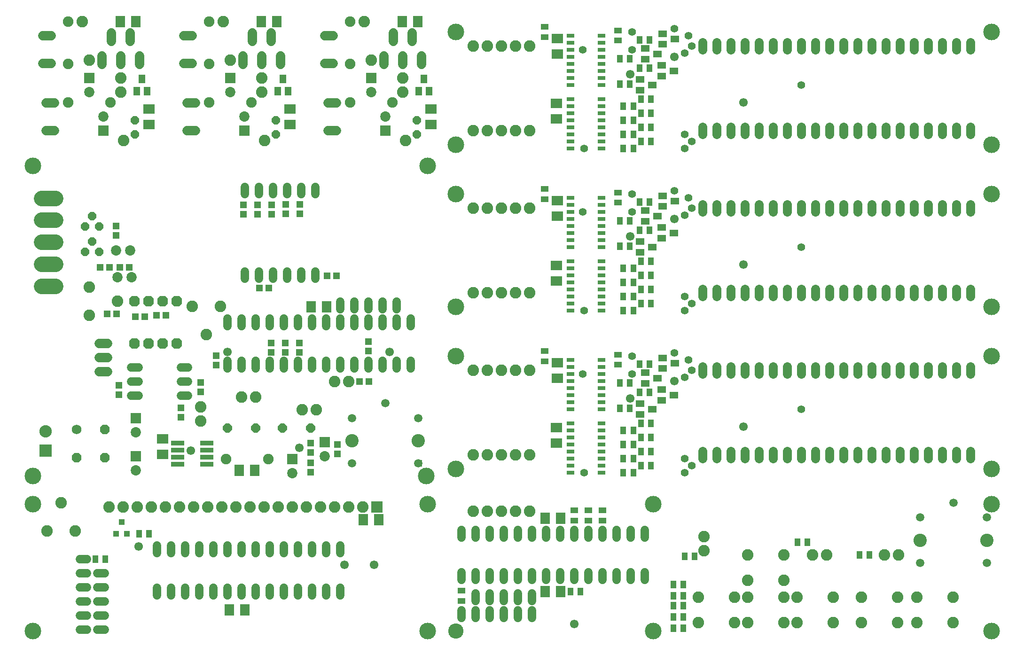
<source format=gbs>
G75*
G70*
%OFA0B0*%
%FSLAX24Y24*%
%IPPOS*%
%LPD*%
%AMOC8*
5,1,8,0,0,1.08239X$1,22.5*
%
%ADD10C,0.1182*%
%ADD11C,0.1080*%
%ADD12C,0.0630*%
%ADD13R,0.0552X0.0316*%
%ADD14R,0.0631X0.0474*%
%ADD15R,0.0395X0.0552*%
%ADD16C,0.0820*%
%ADD17R,0.0552X0.0395*%
%ADD18R,0.0789X0.0710*%
%ADD19R,0.0710X0.0789*%
%ADD20R,0.0395X0.0434*%
%ADD21C,0.0595*%
%ADD22C,0.0595*%
%ADD23C,0.0946*%
%ADD24R,0.0820X0.0820*%
%ADD25C,0.0600*%
%ADD26OC8,0.0600*%
%ADD27R,0.0880X0.0880*%
%ADD28C,0.0880*%
%ADD29OC8,0.0640*%
%ADD30R,0.0474X0.0513*%
%ADD31R,0.0513X0.0474*%
%ADD32C,0.0730*%
%ADD33C,0.0680*%
%ADD34OC8,0.0680*%
%ADD35R,0.0730X0.0730*%
%ADD36R,0.0950X0.0320*%
%ADD37C,0.0749*%
%ADD38C,0.1084*%
%ADD39C,0.0680*%
%ADD40OC8,0.0760*%
%ADD41C,0.0674*%
%ADD42R,0.0474X0.0631*%
%ADD43C,0.0555*%
%ADD44C,0.0611*%
%ADD45R,0.0476X0.0476*%
D10*
X004260Y003893D03*
X004260Y012893D03*
X004260Y014893D03*
X032160Y014893D03*
X034260Y015393D03*
X032260Y012893D03*
X032260Y003893D03*
X048260Y003893D03*
X048260Y012893D03*
X034260Y023393D03*
X034260Y026893D03*
X034260Y034893D03*
X032260Y036893D03*
X034260Y038393D03*
X034260Y046393D03*
X004260Y036893D03*
X072260Y038393D03*
X072260Y034893D03*
X072260Y026893D03*
X072260Y023393D03*
X072260Y015393D03*
X072260Y012893D03*
X072260Y003893D03*
X072260Y046393D03*
D11*
X034260Y003893D03*
D12*
X051760Y016118D02*
X051760Y016668D01*
X052760Y016668D02*
X052760Y016118D01*
X053760Y016118D02*
X053760Y016668D01*
X054760Y016668D02*
X054760Y016118D01*
X055760Y016118D02*
X055760Y016668D01*
X056760Y016668D02*
X056760Y016118D01*
X057760Y016118D02*
X057760Y016668D01*
X058760Y016668D02*
X058760Y016118D01*
X059760Y016118D02*
X059760Y016668D01*
X060760Y016668D02*
X060760Y016118D01*
X061760Y016118D02*
X061760Y016668D01*
X062760Y016668D02*
X062760Y016118D01*
X063760Y016118D02*
X063760Y016668D01*
X064760Y016668D02*
X064760Y016118D01*
X065760Y016118D02*
X065760Y016668D01*
X066760Y016668D02*
X066760Y016118D01*
X067760Y016118D02*
X067760Y016668D01*
X068760Y016668D02*
X068760Y016118D01*
X069760Y016118D02*
X069760Y016668D01*
X070760Y016668D02*
X070760Y016118D01*
X070760Y022118D02*
X070760Y022668D01*
X069760Y022668D02*
X069760Y022118D01*
X068760Y022118D02*
X068760Y022668D01*
X067760Y022668D02*
X067760Y022118D01*
X066760Y022118D02*
X066760Y022668D01*
X065760Y022668D02*
X065760Y022118D01*
X064760Y022118D02*
X064760Y022668D01*
X063760Y022668D02*
X063760Y022118D01*
X062760Y022118D02*
X062760Y022668D01*
X061760Y022668D02*
X061760Y022118D01*
X060760Y022118D02*
X060760Y022668D01*
X059760Y022668D02*
X059760Y022118D01*
X058760Y022118D02*
X058760Y022668D01*
X057760Y022668D02*
X057760Y022118D01*
X056760Y022118D02*
X056760Y022668D01*
X055760Y022668D02*
X055760Y022118D01*
X054760Y022118D02*
X054760Y022668D01*
X053760Y022668D02*
X053760Y022118D01*
X052760Y022118D02*
X052760Y022668D01*
X051760Y022668D02*
X051760Y022118D01*
X051760Y027618D02*
X051760Y028168D01*
X052760Y028168D02*
X052760Y027618D01*
X053760Y027618D02*
X053760Y028168D01*
X054760Y028168D02*
X054760Y027618D01*
X055760Y027618D02*
X055760Y028168D01*
X056760Y028168D02*
X056760Y027618D01*
X057760Y027618D02*
X057760Y028168D01*
X058760Y028168D02*
X058760Y027618D01*
X059760Y027618D02*
X059760Y028168D01*
X060760Y028168D02*
X060760Y027618D01*
X061760Y027618D02*
X061760Y028168D01*
X062760Y028168D02*
X062760Y027618D01*
X063760Y027618D02*
X063760Y028168D01*
X064760Y028168D02*
X064760Y027618D01*
X065760Y027618D02*
X065760Y028168D01*
X066760Y028168D02*
X066760Y027618D01*
X067760Y027618D02*
X067760Y028168D01*
X068760Y028168D02*
X068760Y027618D01*
X069760Y027618D02*
X069760Y028168D01*
X070760Y028168D02*
X070760Y027618D01*
X070760Y033618D02*
X070760Y034168D01*
X069760Y034168D02*
X069760Y033618D01*
X068760Y033618D02*
X068760Y034168D01*
X067760Y034168D02*
X067760Y033618D01*
X066760Y033618D02*
X066760Y034168D01*
X065760Y034168D02*
X065760Y033618D01*
X064760Y033618D02*
X064760Y034168D01*
X063760Y034168D02*
X063760Y033618D01*
X062760Y033618D02*
X062760Y034168D01*
X061760Y034168D02*
X061760Y033618D01*
X060760Y033618D02*
X060760Y034168D01*
X059760Y034168D02*
X059760Y033618D01*
X058760Y033618D02*
X058760Y034168D01*
X057760Y034168D02*
X057760Y033618D01*
X056760Y033618D02*
X056760Y034168D01*
X055760Y034168D02*
X055760Y033618D01*
X054760Y033618D02*
X054760Y034168D01*
X053760Y034168D02*
X053760Y033618D01*
X052760Y033618D02*
X052760Y034168D01*
X051760Y034168D02*
X051760Y033618D01*
X051760Y039118D02*
X051760Y039668D01*
X052760Y039668D02*
X052760Y039118D01*
X053760Y039118D02*
X053760Y039668D01*
X054760Y039668D02*
X054760Y039118D01*
X055760Y039118D02*
X055760Y039668D01*
X056760Y039668D02*
X056760Y039118D01*
X057760Y039118D02*
X057760Y039668D01*
X058760Y039668D02*
X058760Y039118D01*
X059760Y039118D02*
X059760Y039668D01*
X060760Y039668D02*
X060760Y039118D01*
X061760Y039118D02*
X061760Y039668D01*
X062760Y039668D02*
X062760Y039118D01*
X063760Y039118D02*
X063760Y039668D01*
X064760Y039668D02*
X064760Y039118D01*
X065760Y039118D02*
X065760Y039668D01*
X066760Y039668D02*
X066760Y039118D01*
X067760Y039118D02*
X067760Y039668D01*
X068760Y039668D02*
X068760Y039118D01*
X069760Y039118D02*
X069760Y039668D01*
X070760Y039668D02*
X070760Y039118D01*
X070760Y045118D02*
X070760Y045668D01*
X069760Y045668D02*
X069760Y045118D01*
X068760Y045118D02*
X068760Y045668D01*
X067760Y045668D02*
X067760Y045118D01*
X066760Y045118D02*
X066760Y045668D01*
X065760Y045668D02*
X065760Y045118D01*
X064760Y045118D02*
X064760Y045668D01*
X063760Y045668D02*
X063760Y045118D01*
X062760Y045118D02*
X062760Y045668D01*
X061760Y045668D02*
X061760Y045118D01*
X060760Y045118D02*
X060760Y045668D01*
X059760Y045668D02*
X059760Y045118D01*
X058760Y045118D02*
X058760Y045668D01*
X057760Y045668D02*
X057760Y045118D01*
X056760Y045118D02*
X056760Y045668D01*
X055760Y045668D02*
X055760Y045118D01*
X054760Y045118D02*
X054760Y045668D01*
X053760Y045668D02*
X053760Y045118D01*
X052760Y045118D02*
X052760Y045668D01*
X051760Y045668D02*
X051760Y045118D01*
D13*
X044612Y045143D03*
X044612Y044643D03*
X044612Y044143D03*
X044612Y043643D03*
X044612Y043143D03*
X044612Y042643D03*
X044612Y041643D03*
X044612Y041143D03*
X044612Y040643D03*
X044612Y040143D03*
X044612Y039643D03*
X044612Y039143D03*
X044612Y038643D03*
X044612Y038143D03*
X042407Y038143D03*
X042407Y038643D03*
X042407Y039143D03*
X042407Y039643D03*
X042407Y040143D03*
X042407Y040643D03*
X042407Y041143D03*
X042407Y041643D03*
X042407Y042643D03*
X042407Y043143D03*
X042407Y043643D03*
X042407Y044143D03*
X042407Y044643D03*
X042407Y045143D03*
X042407Y045643D03*
X042407Y046143D03*
X044612Y046143D03*
X044612Y045643D03*
X044612Y034643D03*
X044612Y034143D03*
X044612Y033643D03*
X044612Y033143D03*
X044612Y032643D03*
X044612Y032143D03*
X044612Y031643D03*
X044612Y031143D03*
X044612Y030143D03*
X044612Y029643D03*
X044612Y029143D03*
X044612Y028643D03*
X044612Y028143D03*
X044612Y027643D03*
X044612Y027143D03*
X044612Y026643D03*
X042407Y026643D03*
X042407Y027143D03*
X042407Y027643D03*
X042407Y028143D03*
X042407Y028643D03*
X042407Y029143D03*
X042407Y029643D03*
X042407Y030143D03*
X042407Y031143D03*
X042407Y031643D03*
X042407Y032143D03*
X042407Y032643D03*
X042407Y033143D03*
X042407Y033643D03*
X042407Y034143D03*
X042407Y034643D03*
X042407Y023143D03*
X042407Y022643D03*
X042407Y022143D03*
X042407Y021643D03*
X042407Y021143D03*
X042407Y020643D03*
X042407Y020143D03*
X042407Y019643D03*
X042407Y018643D03*
X042407Y018143D03*
X042407Y017643D03*
X042407Y017143D03*
X042407Y016643D03*
X042407Y016143D03*
X042407Y015643D03*
X042407Y015143D03*
X044612Y015143D03*
X044612Y015643D03*
X044612Y016143D03*
X044612Y016643D03*
X044612Y017143D03*
X044612Y017643D03*
X044612Y018143D03*
X044612Y018643D03*
X044612Y019643D03*
X044612Y020143D03*
X044612Y020643D03*
X044612Y021143D03*
X044612Y021643D03*
X044612Y022143D03*
X044612Y022643D03*
X044612Y023143D03*
D14*
X047701Y022217D03*
X047701Y021469D03*
X048568Y021843D03*
X048876Y021017D03*
X049743Y020643D03*
X048876Y020269D03*
X048193Y019643D03*
X047326Y019269D03*
X047326Y020017D03*
X048926Y022519D03*
X048926Y023267D03*
X049793Y022893D03*
X047326Y030769D03*
X048193Y031143D03*
X048876Y031769D03*
X049743Y032143D03*
X048876Y032517D03*
X048568Y033343D03*
X048926Y034019D03*
X048926Y034767D03*
X049793Y034393D03*
X047701Y033717D03*
X047701Y032969D03*
X047326Y031517D03*
X047326Y042269D03*
X048193Y042643D03*
X048876Y043269D03*
X049743Y043643D03*
X048876Y044017D03*
X048568Y044843D03*
X048926Y045519D03*
X049793Y045893D03*
X048926Y046267D03*
X047701Y045217D03*
X047701Y044469D03*
X047326Y043017D03*
D15*
X046614Y042693D03*
X045905Y042693D03*
X047405Y041643D03*
X048114Y041643D03*
X048114Y040643D03*
X047405Y040643D03*
X046864Y040143D03*
X046155Y040143D03*
X046155Y039143D03*
X046864Y039143D03*
X047405Y038643D03*
X048114Y038643D03*
X048114Y039643D03*
X047405Y039643D03*
X046864Y038143D03*
X046155Y038143D03*
X046155Y041143D03*
X046864Y041143D03*
X047305Y043843D03*
X048014Y043843D03*
X046614Y044493D03*
X045905Y044493D03*
X047305Y045843D03*
X048014Y045843D03*
X048014Y034343D03*
X047305Y034343D03*
X046614Y032993D03*
X045905Y032993D03*
X047305Y032343D03*
X048014Y032343D03*
X046614Y031193D03*
X045905Y031193D03*
X047405Y030143D03*
X048114Y030143D03*
X048114Y029143D03*
X047405Y029143D03*
X046864Y028643D03*
X046155Y028643D03*
X046155Y027643D03*
X046864Y027643D03*
X047405Y027143D03*
X048114Y027143D03*
X048114Y028143D03*
X047405Y028143D03*
X046864Y026643D03*
X046155Y026643D03*
X046155Y029643D03*
X046864Y029643D03*
X047305Y022843D03*
X048014Y022843D03*
X046614Y021493D03*
X045905Y021493D03*
X047305Y020843D03*
X048014Y020843D03*
X046614Y019693D03*
X045905Y019693D03*
X047405Y018643D03*
X048114Y018643D03*
X048114Y017643D03*
X047405Y017643D03*
X046864Y017143D03*
X046155Y017143D03*
X046155Y016143D03*
X046864Y016143D03*
X047405Y015643D03*
X048114Y015643D03*
X048114Y016643D03*
X047405Y016643D03*
X046864Y015143D03*
X046155Y015143D03*
X046155Y018143D03*
X046864Y018143D03*
X058505Y010193D03*
X059214Y010193D03*
X062905Y009293D03*
X063614Y009293D03*
X051214Y009193D03*
X050505Y009193D03*
X050414Y007193D03*
X049705Y007193D03*
X049705Y006393D03*
X049705Y005693D03*
X050414Y005693D03*
X050414Y006393D03*
X050414Y004893D03*
X049705Y004893D03*
X049705Y004093D03*
X050414Y004093D03*
X043114Y006693D03*
X042405Y006693D03*
X012514Y010793D03*
X011805Y010793D03*
X009414Y008993D03*
X008705Y008993D03*
D16*
X007260Y010993D03*
X005260Y010993D03*
X006260Y012993D03*
X009660Y012693D03*
X010660Y012693D03*
X011660Y012693D03*
X012660Y012693D03*
X013660Y012693D03*
X014660Y012693D03*
X015660Y012693D03*
X016660Y012693D03*
X017660Y012693D03*
X018660Y012693D03*
X019660Y012693D03*
X020660Y012693D03*
X021660Y012693D03*
X022660Y012693D03*
X023660Y012693D03*
X024660Y012693D03*
X025660Y012693D03*
X026660Y012693D03*
X027660Y012693D03*
X035510Y012393D03*
X036510Y012393D03*
X037510Y012393D03*
X038510Y012393D03*
X039510Y012393D03*
X039510Y016393D03*
X038510Y016393D03*
X037510Y016393D03*
X036510Y016393D03*
X035510Y016393D03*
X026660Y021593D03*
X025660Y021593D03*
X024360Y019593D03*
X023360Y019593D03*
X020060Y020493D03*
X019060Y020493D03*
X016160Y019793D03*
X016160Y018793D03*
X016560Y024943D03*
X017560Y026943D03*
X015560Y026943D03*
X010260Y027293D03*
X008260Y026293D03*
X008260Y028293D03*
X010710Y038693D03*
X010510Y042143D03*
X010510Y043143D03*
X008260Y044393D03*
X007760Y047143D03*
X017760Y047143D03*
X018260Y044393D03*
X020510Y043143D03*
X020510Y042143D03*
X020710Y038693D03*
X028260Y044393D03*
X030510Y043143D03*
X030510Y042143D03*
X030710Y038693D03*
X035510Y039393D03*
X036510Y039393D03*
X037510Y039393D03*
X038510Y039393D03*
X039510Y039393D03*
X039510Y033893D03*
X038510Y033893D03*
X037510Y033893D03*
X036510Y033893D03*
X035510Y033893D03*
X035510Y027893D03*
X036510Y027893D03*
X037510Y027893D03*
X038510Y027893D03*
X039510Y027893D03*
X039510Y022393D03*
X038510Y022393D03*
X037510Y022393D03*
X036510Y022393D03*
X035510Y022393D03*
X051860Y010593D03*
X051860Y009593D03*
X054980Y009283D03*
X054980Y007503D03*
X054980Y006283D03*
X054040Y006283D03*
X054040Y004503D03*
X054980Y004503D03*
X057540Y004503D03*
X058480Y004503D03*
X058480Y006283D03*
X057540Y006283D03*
X057540Y007503D03*
X057540Y009283D03*
X059560Y009293D03*
X060560Y009293D03*
X061040Y006283D03*
X063030Y006283D03*
X063030Y004503D03*
X061040Y004503D03*
X065590Y004503D03*
X066980Y004503D03*
X066980Y006283D03*
X065590Y006283D03*
X069540Y006283D03*
X069540Y004503D03*
X065660Y009293D03*
X064660Y009293D03*
X051480Y006283D03*
X051480Y004503D03*
X039510Y045393D03*
X038510Y045393D03*
X037510Y045393D03*
X036510Y045393D03*
X035510Y045393D03*
X027760Y047143D03*
D17*
X040560Y046748D03*
X040560Y046039D03*
X045760Y045789D03*
X045760Y046498D03*
X045760Y034998D03*
X045760Y034289D03*
X040560Y034539D03*
X040560Y035248D03*
X040560Y023748D03*
X040560Y023039D03*
X045760Y022789D03*
X045760Y023498D03*
X044660Y012448D03*
X043660Y012448D03*
X042660Y012448D03*
X042660Y011739D03*
X043660Y011739D03*
X044660Y011739D03*
X034660Y006748D03*
X034660Y006039D03*
D18*
X041410Y017242D03*
X041410Y018344D03*
X041460Y021842D03*
X041460Y022944D03*
X041410Y028742D03*
X041410Y029844D03*
X041460Y033342D03*
X041460Y034444D03*
X041410Y040242D03*
X041410Y041344D03*
X041460Y044842D03*
X041460Y045944D03*
X032510Y040944D03*
X032510Y039842D03*
X022510Y039842D03*
X022510Y040944D03*
X012510Y040944D03*
X012510Y039842D03*
X013460Y017544D03*
X013460Y016442D03*
D19*
X018908Y015293D03*
X020011Y015293D03*
X027708Y011793D03*
X028811Y011793D03*
X019311Y005393D03*
X018208Y005393D03*
X040608Y006693D03*
X041711Y006693D03*
X041711Y011893D03*
X040608Y011893D03*
X025111Y026893D03*
X024008Y026893D03*
X021561Y047143D03*
X020458Y047143D03*
X011561Y047143D03*
X010458Y047143D03*
X030458Y047143D03*
X031561Y047143D03*
D20*
X010560Y011626D03*
X010934Y010800D03*
X010185Y010800D03*
D21*
X008117Y008993D02*
X007602Y008993D01*
X007602Y007993D02*
X008117Y007993D01*
X008852Y007983D02*
X009367Y007983D01*
X009367Y006983D02*
X008852Y006983D01*
X008117Y006993D02*
X007602Y006993D01*
X007602Y005993D02*
X008117Y005993D01*
X008852Y005983D02*
X009367Y005983D01*
X009367Y004983D02*
X008852Y004983D01*
X008117Y004993D02*
X007602Y004993D01*
X007602Y003993D02*
X008117Y003993D01*
X008852Y003983D02*
X009367Y003983D01*
X034660Y004836D02*
X034660Y005351D01*
X035660Y005351D02*
X035660Y004836D01*
X036660Y004836D02*
X036660Y005351D01*
X036660Y006036D02*
X036660Y006551D01*
X035660Y006551D02*
X035660Y006036D01*
X037660Y006036D02*
X037660Y006551D01*
X038660Y006551D02*
X038660Y006036D01*
X038660Y005351D02*
X038660Y004836D01*
X037660Y004836D02*
X037660Y005351D01*
X039660Y005351D02*
X039660Y004836D01*
X039660Y006036D02*
X039660Y006551D01*
X030060Y026736D02*
X030060Y027251D01*
X029060Y027251D02*
X029060Y026736D01*
X028060Y026736D02*
X028060Y027251D01*
X027060Y027251D02*
X027060Y026736D01*
X026060Y026736D02*
X026060Y027251D01*
X024310Y028886D02*
X024310Y029401D01*
X023310Y029401D02*
X023310Y028886D01*
X022310Y028886D02*
X022310Y029401D01*
X021310Y029401D02*
X021310Y028886D01*
X020310Y028886D02*
X020310Y029401D01*
X019310Y029401D02*
X019310Y028886D01*
X019310Y034886D02*
X019310Y035401D01*
X020310Y035401D02*
X020310Y034886D01*
X021310Y034886D02*
X021310Y035401D01*
X022310Y035401D02*
X022310Y034886D01*
X023310Y034886D02*
X023310Y035401D01*
X024310Y035401D02*
X024310Y034886D01*
D22*
X029260Y020070D03*
X026897Y019007D03*
X026897Y015779D03*
X031622Y015779D03*
X031622Y019007D03*
X067217Y011947D03*
X069580Y013010D03*
X071942Y011947D03*
X071942Y008719D03*
X067217Y008719D03*
D23*
X067217Y010333D03*
X071942Y010333D03*
X031622Y017393D03*
X026897Y017393D03*
D24*
X028660Y012693D03*
D25*
X026060Y009953D02*
X026060Y009433D01*
X025060Y009433D02*
X025060Y009953D01*
X024060Y009953D02*
X024060Y009433D01*
X023060Y009433D02*
X023060Y009953D01*
X022060Y009953D02*
X022060Y009433D01*
X021060Y009433D02*
X021060Y009953D01*
X020060Y009953D02*
X020060Y009433D01*
X019060Y009433D02*
X019060Y009953D01*
X018060Y009953D02*
X018060Y009433D01*
X017060Y009433D02*
X017060Y009953D01*
X016060Y009953D02*
X016060Y009433D01*
X015060Y009433D02*
X015060Y009953D01*
X014060Y009953D02*
X014060Y009433D01*
X013060Y009433D02*
X013060Y009953D01*
X013060Y006953D02*
X013060Y006433D01*
X014060Y006433D02*
X014060Y006953D01*
X015060Y006953D02*
X015060Y006433D01*
X016060Y006433D02*
X016060Y006953D01*
X017060Y006953D02*
X017060Y006433D01*
X018060Y006433D02*
X018060Y006953D01*
X019060Y006953D02*
X019060Y006433D01*
X020060Y006433D02*
X020060Y006953D01*
X021060Y006953D02*
X021060Y006433D01*
X022060Y006433D02*
X022060Y006953D01*
X023060Y006953D02*
X023060Y006433D01*
X024060Y006433D02*
X024060Y006953D01*
X025060Y006953D02*
X025060Y006433D01*
X026060Y006433D02*
X026060Y006953D01*
X034660Y007533D02*
X034660Y008053D01*
X035660Y008053D02*
X035660Y007533D01*
X036660Y007533D02*
X036660Y008053D01*
X037660Y008053D02*
X037660Y007533D01*
X038660Y007533D02*
X038660Y008053D01*
X039660Y008053D02*
X039660Y007533D01*
X040660Y007533D02*
X040660Y008053D01*
X041660Y008053D02*
X041660Y007533D01*
X042660Y007533D02*
X042660Y008053D01*
X043660Y008053D02*
X043660Y007533D01*
X044660Y007533D02*
X044660Y008053D01*
X045660Y008053D02*
X045660Y007533D01*
X046660Y007533D02*
X046660Y008053D01*
X047660Y008053D02*
X047660Y007533D01*
X047660Y010533D02*
X047660Y011053D01*
X046660Y011053D02*
X046660Y010533D01*
X045660Y010533D02*
X045660Y011053D01*
X044660Y011053D02*
X044660Y010533D01*
X043660Y010533D02*
X043660Y011053D01*
X042660Y011053D02*
X042660Y010533D01*
X041660Y010533D02*
X041660Y011053D01*
X040660Y011053D02*
X040660Y010533D01*
X039660Y010533D02*
X039660Y011053D01*
X038660Y011053D02*
X038660Y010533D01*
X037660Y010533D02*
X037660Y011053D01*
X036660Y011053D02*
X036660Y010533D01*
X035660Y010533D02*
X035660Y011053D01*
X034660Y011053D02*
X034660Y010533D01*
X031060Y022533D02*
X031060Y023053D01*
X030060Y023053D02*
X030060Y022533D01*
X029060Y022533D02*
X029060Y023053D01*
X028060Y023053D02*
X028060Y022533D01*
X027060Y022533D02*
X027060Y023053D01*
X026060Y023053D02*
X026060Y022533D01*
X025060Y022533D02*
X025060Y023053D01*
X024060Y023053D02*
X024060Y022533D01*
X023060Y022533D02*
X023060Y023053D01*
X022060Y023053D02*
X022060Y022533D01*
X021060Y022533D02*
X021060Y023053D01*
X020060Y023053D02*
X020060Y022533D01*
X019060Y022533D02*
X019060Y023053D01*
X018060Y023053D02*
X018060Y022533D01*
X015280Y022593D02*
X014760Y022593D01*
X014760Y021593D02*
X015280Y021593D01*
X015280Y020593D02*
X014760Y020593D01*
X011760Y020593D02*
X011240Y020593D01*
X011240Y021593D02*
X011760Y021593D01*
X011760Y022593D02*
X011240Y022593D01*
X018060Y025533D02*
X018060Y026053D01*
X019060Y026053D02*
X019060Y025533D01*
X020060Y025533D02*
X020060Y026053D01*
X021060Y026053D02*
X021060Y025533D01*
X022060Y025533D02*
X022060Y026053D01*
X023060Y026053D02*
X023060Y025533D01*
X024060Y025533D02*
X024060Y026053D01*
X025060Y026053D02*
X025060Y025533D01*
X026060Y025533D02*
X026060Y026053D01*
X027060Y026053D02*
X027060Y025533D01*
X028060Y025533D02*
X028060Y026053D01*
X029060Y026053D02*
X029060Y025533D01*
X030060Y025533D02*
X030060Y026053D01*
X031060Y026053D02*
X031060Y025533D01*
D26*
X031510Y039143D03*
X031510Y040143D03*
X021510Y040143D03*
X021510Y039143D03*
X011510Y039143D03*
X011510Y040143D03*
X008460Y033343D03*
X008960Y032593D03*
X007960Y032593D03*
X008460Y031543D03*
X008960Y030793D03*
X007960Y030793D03*
D27*
X005160Y016693D03*
D28*
X005160Y018071D03*
D29*
X018060Y018293D03*
X020060Y018293D03*
X021960Y018293D03*
X023960Y018293D03*
D30*
X023960Y017228D03*
X023960Y016559D03*
X023960Y015828D03*
X023960Y015159D03*
X025860Y016459D03*
X025860Y017128D03*
X017260Y022759D03*
X017260Y023428D03*
X016160Y021528D03*
X016160Y020859D03*
X014760Y019728D03*
X014760Y019059D03*
X010360Y020659D03*
X010360Y021328D03*
X021160Y023659D03*
X021160Y024328D03*
X022160Y024328D03*
X022160Y023659D03*
X023160Y023659D03*
X023160Y024328D03*
X028060Y024428D03*
X028060Y023759D03*
X023210Y033509D03*
X023210Y034178D03*
X022210Y034178D03*
X022210Y033509D03*
X021210Y033459D03*
X021210Y034128D03*
X020210Y034128D03*
X020210Y033459D03*
X019210Y033459D03*
X019210Y034128D03*
X010160Y032628D03*
X010160Y031959D03*
D31*
X010425Y029693D03*
X011094Y029693D03*
X009694Y029693D03*
X009025Y029693D03*
X009525Y026393D03*
X010194Y026393D03*
X011525Y026193D03*
X012194Y026193D03*
X013025Y026293D03*
X013694Y026293D03*
X020325Y028243D03*
X020994Y028243D03*
X025125Y029093D03*
X025794Y029093D03*
X027425Y021593D03*
X028094Y021593D03*
D32*
X024960Y016293D03*
X022660Y015093D03*
X011560Y015293D03*
X011560Y017993D03*
X011260Y028993D03*
X010260Y028993D03*
X010160Y030893D03*
X011160Y030893D03*
X009260Y040393D03*
X008260Y042143D03*
X018260Y042143D03*
X019260Y040393D03*
X028260Y042143D03*
X029260Y040393D03*
D33*
X007360Y018193D03*
D34*
X009360Y018193D03*
X009360Y016193D03*
X007360Y016193D03*
D35*
X011560Y016293D03*
X011560Y018993D03*
X022660Y016093D03*
X024960Y017293D03*
X029260Y039393D03*
X028260Y043143D03*
X019260Y039393D03*
X018260Y043143D03*
X009260Y039393D03*
X008260Y043143D03*
D36*
X014530Y017243D03*
X014530Y016743D03*
X014530Y016243D03*
X014530Y015743D03*
X016590Y015743D03*
X016590Y016243D03*
X016590Y016743D03*
X016590Y017243D03*
D37*
X017960Y016093D03*
X020960Y016093D03*
X019760Y041393D03*
X016760Y041393D03*
X016760Y044143D03*
X016760Y047143D03*
X009760Y041393D03*
X006760Y041393D03*
X006760Y044143D03*
X006760Y047143D03*
X026760Y047143D03*
X026760Y044143D03*
X026760Y041393D03*
X029760Y041393D03*
D38*
X005861Y034611D02*
X004858Y034611D01*
X004858Y033052D02*
X005861Y033052D01*
X005861Y031493D02*
X004858Y031493D01*
X004858Y029934D02*
X005861Y029934D01*
X005861Y028375D02*
X004858Y028375D01*
D39*
X008960Y024293D02*
X009560Y024293D01*
X009560Y023293D02*
X008960Y023293D01*
X008960Y022293D02*
X009560Y022293D01*
X009170Y044093D02*
X009170Y044693D01*
X009840Y045733D02*
X009840Y046333D01*
X011180Y046333D02*
X011180Y045733D01*
X011850Y044693D02*
X011850Y044093D01*
X010510Y044093D02*
X010510Y044693D01*
X019170Y044693D02*
X019170Y044093D01*
X020510Y044093D02*
X020510Y044693D01*
X021180Y045733D02*
X021180Y046333D01*
X019840Y046333D02*
X019840Y045733D01*
X021850Y044693D02*
X021850Y044093D01*
X029170Y044093D02*
X029170Y044693D01*
X029840Y045733D02*
X029840Y046333D01*
X031180Y046333D02*
X031180Y045733D01*
X031850Y044693D02*
X031850Y044093D01*
X030510Y044093D02*
X030510Y044693D01*
D40*
X014460Y027293D03*
X013460Y027293D03*
X012460Y027293D03*
X011460Y027293D03*
X011460Y024293D03*
X012460Y024293D03*
X013460Y024293D03*
X014460Y024293D03*
D41*
X015213Y039409D02*
X015806Y039409D01*
X015806Y041378D02*
X015213Y041378D01*
X014963Y044159D02*
X015556Y044159D01*
X015556Y046128D02*
X014963Y046128D01*
X005556Y046128D02*
X004963Y046128D01*
X004963Y044159D02*
X005556Y044159D01*
X005806Y041378D02*
X005213Y041378D01*
X005213Y039409D02*
X005806Y039409D01*
X024963Y044159D02*
X025556Y044159D01*
X025556Y046128D02*
X024963Y046128D01*
X025213Y041378D02*
X025806Y041378D01*
X025806Y039409D02*
X025213Y039409D01*
D42*
X022384Y042210D03*
X021635Y042210D03*
X022010Y043076D03*
X012384Y042210D03*
X011635Y042210D03*
X012010Y043076D03*
X031635Y042210D03*
X032384Y042210D03*
X032010Y043076D03*
D43*
X043260Y045143D03*
X046760Y045143D03*
X046760Y046393D03*
X049760Y046643D03*
X050760Y046143D03*
X051010Y045393D03*
X050510Y044893D03*
X050510Y039143D03*
X051010Y038643D03*
X050510Y038143D03*
X049760Y035143D03*
X050760Y034643D03*
X051010Y033893D03*
X050510Y033393D03*
X046760Y033643D03*
X046760Y034893D03*
X043260Y033643D03*
X043360Y038143D03*
X050510Y027643D03*
X051010Y027143D03*
X050510Y026643D03*
X049760Y023643D03*
X050760Y023143D03*
X051010Y022393D03*
X050510Y021893D03*
X046760Y022143D03*
X046760Y023393D03*
X043260Y022143D03*
X043360Y026643D03*
X050510Y016143D03*
X051010Y015643D03*
X050510Y015143D03*
X043360Y015143D03*
X058760Y019643D03*
X058760Y031143D03*
X058760Y042643D03*
D44*
X054660Y041393D03*
X049760Y044643D03*
X046640Y043393D03*
X049760Y033143D03*
X046640Y031893D03*
X054660Y029893D03*
X049760Y021643D03*
X046640Y020393D03*
X054660Y018393D03*
X042660Y004393D03*
X028460Y008593D03*
X026360Y008593D03*
X023160Y016893D03*
X015460Y016693D03*
X018060Y023693D03*
X029560Y023693D03*
X011760Y009893D03*
D45*
X031645Y015779D03*
M02*

</source>
